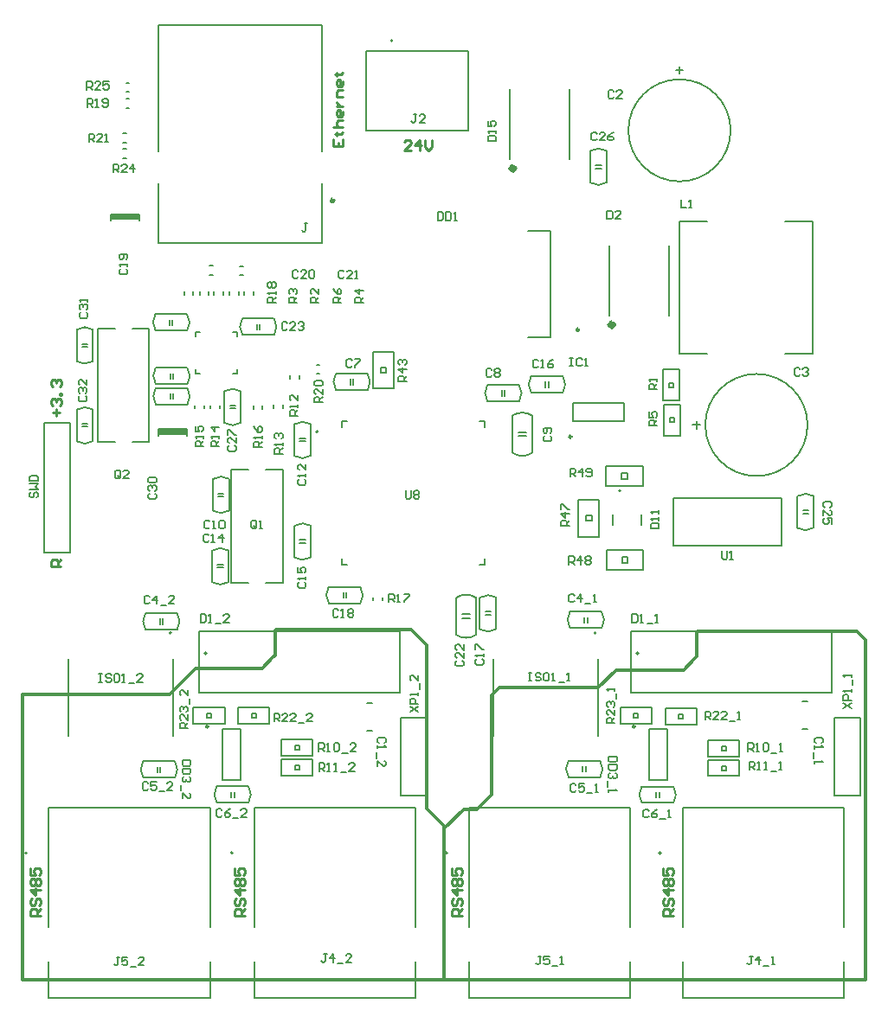
<source format=gto>
G04*
G04 #@! TF.GenerationSoftware,Altium Limited,Altium Designer,20.0.13 (296)*
G04*
G04 Layer_Color=65535*
%FSLAX44Y44*%
%MOMM*%
G71*
G01*
G75*
%ADD10C,0.1500*%
%ADD11C,0.2500*%
%ADD12C,0.2000*%
%ADD13C,0.6096*%
%ADD14C,0.3000*%
%ADD15C,0.1270*%
%ADD16C,0.1524*%
%ADD17C,0.1520*%
%ADD18C,0.2540*%
%ADD19R,2.8000X0.5500*%
D10*
X228155Y180737D02*
G03*
X228050Y196650I-12168J7877D01*
G01*
X197045Y196763D02*
G03*
X197150Y180850I12168J-7877D01*
G01*
X643905Y180487D02*
G03*
X643800Y196400I-12168J7877D01*
G01*
X612795Y196513D02*
G03*
X612900Y180600I12168J-7877D01*
G01*
X125096Y221262D02*
G03*
X125200Y205350I12168J-7877D01*
G01*
X156205Y205238D02*
G03*
X156100Y221150I-12168J7877D01*
G01*
X541095Y221763D02*
G03*
X541200Y205850I12168J-7877D01*
G01*
X572205Y205737D02*
G03*
X572100Y221650I-12168J7877D01*
G01*
X220513Y583655D02*
G03*
X204600Y583550I-7877J-12168D01*
G01*
X204487Y552546D02*
G03*
X220400Y552650I7877J12168D01*
G01*
X137045Y659013D02*
G03*
X137150Y643100I12168J-7877D01*
G01*
X168155Y642988D02*
G03*
X168050Y658900I-12168J7877D01*
G01*
X222095Y654762D02*
G03*
X222200Y638850I12168J-7877D01*
G01*
X253204Y638737D02*
G03*
X253100Y654650I-12168J7877D01*
G01*
X208512Y427654D02*
G03*
X192600Y427550I-7877J-12168D01*
G01*
X192488Y396545D02*
G03*
X208400Y396650I7877J12168D01*
G01*
X193237Y466595D02*
G03*
X209150Y466700I7877J12168D01*
G01*
X209263Y497705D02*
G03*
X193350Y497600I-7877J-12168D01*
G01*
X535655Y582238D02*
G03*
X535550Y598150I-12168J7877D01*
G01*
X504546Y598262D02*
G03*
X504650Y582350I12168J-7877D01*
G01*
X289013Y551405D02*
G03*
X273100Y551300I-7877J-12168D01*
G01*
X272987Y520295D02*
G03*
X288900Y520400I7877J12168D01*
G01*
X313595Y600762D02*
G03*
X313700Y584850I12168J-7877D01*
G01*
X344705Y584738D02*
G03*
X344600Y600650I-12168J7877D01*
G01*
X59988Y612845D02*
G03*
X75900Y612950I7877J12168D01*
G01*
X76013Y643954D02*
G03*
X60100Y643850I-7877J-12168D01*
G01*
X76013Y565654D02*
G03*
X60100Y565550I-7877J-12168D01*
G01*
X59988Y534546D02*
G03*
X75900Y534650I7877J12168D01*
G01*
X289013Y451905D02*
G03*
X273100Y451800I-7877J-12168D01*
G01*
X272987Y420796D02*
G03*
X288900Y420900I7877J12168D01*
G01*
X431000Y345250D02*
G03*
X450984Y345174I10047J14270D01*
G01*
X451000Y381250D02*
G03*
X431016Y381326I-10047J-14270D01*
G01*
X470513Y381655D02*
G03*
X454600Y381550I-7877J-12168D01*
G01*
X454487Y350546D02*
G03*
X470400Y350650I7877J12168D01*
G01*
X337654Y375988D02*
G03*
X337550Y391900I-12168J7877D01*
G01*
X306546Y392013D02*
G03*
X306650Y376100I12168J-7877D01*
G01*
X486000Y523500D02*
G03*
X505984Y523424I10047J14270D01*
G01*
X506000Y559500D02*
G03*
X486016Y559576I-10047J-14270D01*
G01*
X781012Y480905D02*
G03*
X765100Y480800I-7877J-12168D01*
G01*
X764987Y449795D02*
G03*
X780900Y449900I7877J12168D01*
G01*
X127296Y366263D02*
G03*
X127400Y350350I12168J-7877D01*
G01*
X158405Y350238D02*
G03*
X158300Y366150I-12168J7877D01*
G01*
X542546Y367762D02*
G03*
X542650Y351850I12168J-7877D01*
G01*
X573655Y351738D02*
G03*
X573550Y367650I-12168J7877D01*
G01*
X461796Y589762D02*
G03*
X461900Y573850I12168J-7877D01*
G01*
X492905Y573737D02*
G03*
X492800Y589650I-12168J7877D01*
G01*
X137296Y606512D02*
G03*
X137400Y590600I12168J-7877D01*
G01*
X168405Y590488D02*
G03*
X168300Y606400I-12168J7877D01*
G01*
X137296Y586763D02*
G03*
X137400Y570850I12168J-7877D01*
G01*
X168405Y570737D02*
G03*
X168300Y586650I-12168J7877D01*
G01*
X578512Y818954D02*
G03*
X562600Y818850I-7877J-12168D01*
G01*
X562487Y787845D02*
G03*
X578400Y787950I7877J12168D01*
G01*
X197250Y196750D02*
X228000D01*
X197250Y180750D02*
X228000D01*
X214150Y186050D02*
Y191350D01*
X211350Y186050D02*
Y191350D01*
X613000Y196500D02*
X643750D01*
X613000Y180500D02*
X643750D01*
X629900Y185800D02*
Y191100D01*
X627100Y185800D02*
Y191100D01*
X125250Y205250D02*
X156000D01*
X125250Y221250D02*
X156000D01*
X139100Y210650D02*
Y215950D01*
X141900Y210650D02*
Y215950D01*
X174250Y258250D02*
X205000D01*
Y274250D01*
X174250D02*
X205000D01*
X174250Y258250D02*
Y274250D01*
X187500Y264250D02*
Y268500D01*
X191500D01*
Y264250D02*
Y268500D01*
X187500Y264250D02*
X191500D01*
X218000Y258000D02*
X248750D01*
Y274000D01*
X218000D02*
X248750D01*
X218000Y258000D02*
Y274000D01*
X231250Y264000D02*
Y268250D01*
X235250D01*
Y264000D02*
Y268250D01*
X231250Y264000D02*
X235250D01*
X260250Y223500D02*
X291000D01*
X260250Y207500D02*
Y223500D01*
Y207500D02*
X291000D01*
Y223500D01*
X277750Y213250D02*
Y217500D01*
X273750Y213250D02*
X277750D01*
X273750D02*
Y217500D01*
X277750D01*
X260250Y242500D02*
X291000D01*
X260250Y226500D02*
Y242500D01*
Y226500D02*
X291000D01*
Y242500D01*
X277750Y232250D02*
Y236500D01*
X273750Y232250D02*
X277750D01*
X273750D02*
Y236500D01*
X277750D01*
X591750Y258250D02*
X622500D01*
Y274250D01*
X591750D02*
X622500D01*
X591750Y258250D02*
Y274250D01*
X605000Y264250D02*
Y268500D01*
X609000D01*
Y264250D02*
Y268500D01*
X605000Y264250D02*
X609000D01*
X635750Y257250D02*
X666500D01*
Y273250D01*
X635750D02*
X666500D01*
X635750Y257250D02*
Y273250D01*
X649000Y263250D02*
Y267500D01*
X653000D01*
Y263250D02*
Y267500D01*
X649000Y263250D02*
X653000D01*
X677750Y222750D02*
X708500D01*
X677750Y206750D02*
Y222750D01*
Y206750D02*
X708500D01*
Y222750D01*
X695250Y212500D02*
Y216750D01*
X691250Y212500D02*
X695250D01*
X691250D02*
Y216750D01*
X695250D01*
X677750Y242000D02*
X708500D01*
X677750Y226000D02*
Y242000D01*
Y226000D02*
X708500D01*
Y242000D01*
X695250Y231750D02*
Y236000D01*
X691250Y231750D02*
X695250D01*
X691250D02*
Y236000D01*
X695250D01*
X650000Y574250D02*
Y605000D01*
X634000D02*
X650000D01*
X634000Y574250D02*
Y605000D01*
Y574250D02*
X650000D01*
X639750Y587500D02*
X644000D01*
X639750D02*
Y591500D01*
X644000D01*
Y587500D02*
Y591500D01*
X634250Y539750D02*
Y570500D01*
Y539750D02*
X650250D01*
Y570500D01*
X634250D02*
X650250D01*
X640250Y557250D02*
X644500D01*
Y553250D02*
Y557250D01*
X640250Y553250D02*
X644500D01*
X640250D02*
Y557250D01*
X541250Y205750D02*
X572000D01*
X541250Y221750D02*
X572000D01*
X555100Y211150D02*
Y216450D01*
X557900Y211150D02*
Y216450D01*
X204500Y552750D02*
Y583500D01*
X220500Y552750D02*
Y583500D01*
X209900Y569650D02*
X215200D01*
X209900Y566850D02*
X215200D01*
X137200Y643000D02*
X167950D01*
X137200Y659000D02*
X167950D01*
X151050Y648400D02*
Y653700D01*
X153850Y648400D02*
Y653700D01*
X222250Y638750D02*
X253000D01*
X222250Y654750D02*
X253000D01*
X236100Y644150D02*
Y649450D01*
X238900Y644150D02*
Y649450D01*
X192500Y396750D02*
Y427500D01*
X208500Y396750D02*
Y427500D01*
X197900Y413650D02*
X203200D01*
X197900Y410850D02*
X203200D01*
X209250Y466750D02*
Y497500D01*
X193250Y466750D02*
Y497500D01*
X198550Y480600D02*
X203850D01*
X198550Y483400D02*
X203850D01*
X504750Y598250D02*
X535500D01*
X504750Y582250D02*
X535500D01*
X521650Y587550D02*
Y592850D01*
X518850Y587550D02*
Y592850D01*
X273000Y520500D02*
Y551250D01*
X289000Y520500D02*
Y551250D01*
X278400Y537400D02*
X283700D01*
X278400Y534600D02*
X283700D01*
X357250Y601500D02*
X363000D01*
X357250D02*
Y607000D01*
X363000D01*
Y601500D02*
Y607000D01*
X370250Y586250D02*
Y622250D01*
X350250Y586250D02*
X370250D01*
X350250Y622250D02*
X370250D01*
X350250Y586250D02*
Y622250D01*
X313750Y584750D02*
X344500D01*
X313750Y600750D02*
X344500D01*
X327600Y590150D02*
Y595450D01*
X330400Y590150D02*
Y595450D01*
X558000Y462000D02*
X563750D01*
Y456500D02*
Y462000D01*
X558000Y456500D02*
X563750D01*
X558000D02*
Y462000D01*
X550750Y441250D02*
Y477250D01*
X570750D01*
X550750Y441250D02*
X570750D01*
Y477250D01*
X593000Y497750D02*
Y503500D01*
X598500D01*
Y497750D02*
Y503500D01*
X593000Y497750D02*
X598500D01*
X577750Y490500D02*
X613750D01*
X577750D02*
Y510500D01*
X613750Y490500D02*
Y510500D01*
X577750D02*
X613750D01*
X593750Y415750D02*
Y421500D01*
X599250D01*
Y415750D02*
Y421500D01*
X593750Y415750D02*
X599250D01*
X578500Y408500D02*
X614500D01*
X578500D02*
Y428500D01*
X614500Y408500D02*
Y428500D01*
X578500D02*
X614500D01*
X76000Y613000D02*
Y643750D01*
X60000Y613000D02*
Y643750D01*
X65300Y626850D02*
X70600D01*
X65300Y629650D02*
X70600D01*
X60000Y534750D02*
Y565500D01*
X76000Y534750D02*
Y565500D01*
X65400Y551650D02*
X70700D01*
X65400Y548850D02*
X70700D01*
X273000Y421000D02*
Y451750D01*
X289000Y421000D02*
Y451750D01*
X278400Y437900D02*
X283700D01*
X278400Y435100D02*
X283700D01*
X431000Y345250D02*
Y381250D01*
X451000Y345250D02*
Y381250D01*
X437000Y365250D02*
X445100D01*
X437000Y361250D02*
X445000D01*
X454500Y350750D02*
Y381500D01*
X470500Y350750D02*
Y381500D01*
X459900Y367650D02*
X465200D01*
X459900Y364850D02*
X465200D01*
X306750Y392000D02*
X337500D01*
X306750Y376000D02*
X337500D01*
X323650Y381300D02*
Y386600D01*
X320850Y381300D02*
Y386600D01*
X486000Y523500D02*
Y559500D01*
X506000Y523500D02*
Y559500D01*
X492000Y543500D02*
X500100D01*
X492000Y539500D02*
X500000D01*
X765000Y450000D02*
Y480750D01*
X781000Y450000D02*
Y480750D01*
X770400Y466900D02*
X775700D01*
X770400Y464100D02*
X775700D01*
X141600Y355550D02*
Y360850D01*
X144400Y355550D02*
Y360850D01*
X127500Y350250D02*
X158250D01*
X127500Y366250D02*
X158250D01*
X556850Y357050D02*
Y362350D01*
X559650Y357050D02*
Y362350D01*
X542750Y351750D02*
X573500D01*
X542750Y367750D02*
X573500D01*
X476100Y579050D02*
Y584350D01*
X478900Y579050D02*
Y584350D01*
X462000Y573750D02*
X492750D01*
X462000Y589750D02*
X492750D01*
X151600Y595800D02*
Y601100D01*
X154400Y595800D02*
Y601100D01*
X137500Y590500D02*
X168250D01*
X137500Y606500D02*
X168250D01*
X151600Y576050D02*
Y581350D01*
X154400Y576050D02*
Y581350D01*
X137500Y570750D02*
X168250D01*
X137500Y586750D02*
X168250D01*
X567800Y804650D02*
X573100D01*
X567800Y801850D02*
X573100D01*
X562500Y788000D02*
Y818750D01*
X578500Y788000D02*
Y818750D01*
D11*
X189000Y255400D02*
G03*
X189000Y255400I-1250J0D01*
G01*
X606250D02*
G03*
X606250Y255400I-1250J0D01*
G01*
X544200Y539000D02*
G03*
X544200Y539000I-1250J0D01*
G01*
X551500Y643750D02*
G03*
X551500Y643750I-1250J0D01*
G01*
D12*
X631650Y131500D02*
G03*
X631650Y131500I-1000J0D01*
G01*
X212650D02*
G03*
X212650Y131500I-1000J0D01*
G01*
X422650D02*
G03*
X422650Y131500I-1000J0D01*
G01*
X11400D02*
G03*
X11400Y131500I-1000J0D01*
G01*
X699750Y839000D02*
G03*
X699750Y839000I-50000J0D01*
G01*
X369250Y927000D02*
G03*
X369250Y927000I-1000J0D01*
G01*
X568200Y347000D02*
G03*
X568200Y347000I-1000J0D01*
G01*
X152700D02*
G03*
X152700Y347000I-1000J0D01*
G01*
X296100Y544000D02*
G03*
X296100Y544000I-1000J0D01*
G01*
X592250Y486250D02*
G03*
X592250Y486250I-1000J0D01*
G01*
X775000Y550500D02*
G03*
X775000Y550500I-50000J0D01*
G01*
X202750Y202850D02*
Y252850D01*
X220750Y202850D02*
Y252850D01*
X202750D02*
X220750D01*
X202750Y202850D02*
X220750D01*
X620000D02*
Y252850D01*
X638000Y202850D02*
Y252850D01*
X620000D02*
X638000D01*
X620000Y202850D02*
X638000D01*
X376800Y187900D02*
Y264100D01*
X402200Y187900D02*
Y264100D01*
X376800D02*
X402200D01*
X376800Y187900D02*
X402200D01*
X801300D02*
Y264100D01*
X826700Y187900D02*
Y264100D01*
X801300D02*
X826700D01*
X801300Y187900D02*
X826700D01*
X646250Y897750D02*
X653250D01*
X649750Y894250D02*
Y901250D01*
X108521Y885597D02*
X111521D01*
X108521Y876597D02*
X111521D01*
X108250Y860750D02*
X111250D01*
X108250Y869750D02*
X111250D01*
X105500Y827000D02*
X108500D01*
X105500Y836000D02*
X108500D01*
X105521Y820594D02*
X108521D01*
X105521Y811594D02*
X108521D01*
X175750Y566750D02*
Y569750D01*
X184750Y566750D02*
Y569750D01*
X191000Y566750D02*
Y569750D01*
X200000Y566750D02*
Y569750D01*
X233000Y566500D02*
Y569500D01*
X242000Y566500D02*
Y569500D01*
X359000Y378750D02*
Y381750D01*
X350000Y378750D02*
Y381750D01*
X262000Y567250D02*
Y570250D01*
X253000Y567250D02*
Y570250D01*
X277750Y596000D02*
Y599000D01*
X268750Y596000D02*
Y599000D01*
X294750Y600500D02*
X297750D01*
X294750Y609500D02*
X297750D01*
X211500Y396000D02*
X228000D01*
X245000D02*
X261500D01*
X245000Y507000D02*
X261500D01*
X211500D02*
X228000D01*
X261500Y396000D02*
Y507000D01*
X211500Y396000D02*
Y507000D01*
X140000Y546250D02*
X168000D01*
X140000Y540250D02*
Y546250D01*
X168000Y540250D02*
Y546250D01*
X219750Y706250D02*
X222750D01*
X219750Y697250D02*
X222750D01*
X190250Y697500D02*
X193250D01*
X190250Y706500D02*
X193250D01*
X209750Y678000D02*
Y681000D01*
X218750Y678000D02*
Y681000D01*
X223750Y678000D02*
Y681000D01*
X232750Y678000D02*
Y681000D01*
X194250Y678000D02*
Y681000D01*
X203250Y678000D02*
Y681000D01*
X180250Y678000D02*
Y681000D01*
X189250Y678000D02*
Y681000D01*
X28550Y425500D02*
X53950D01*
X28550D02*
Y552500D01*
X53950Y425500D02*
Y552500D01*
X28550D02*
X53950D01*
X114250Y645250D02*
X130750D01*
X80750D02*
X97250D01*
X80750Y534250D02*
X97250D01*
X114250D02*
X130750D01*
X80750D02*
Y645250D01*
X130750Y534250D02*
Y645250D01*
X165000Y678000D02*
Y681000D01*
X174000Y678000D02*
Y681000D01*
X93500Y756500D02*
X121500D01*
X93500Y750500D02*
Y756500D01*
X121500Y750500D02*
Y756500D01*
X666250Y547000D02*
Y554000D01*
X662750Y550500D02*
X669750D01*
X595500Y554000D02*
Y572000D01*
X545500Y554000D02*
Y572000D01*
X595500D01*
X545500Y554000D02*
X595500D01*
X501250Y740500D02*
X523750D01*
Y636500D02*
Y740500D01*
X501250Y636500D02*
X523750D01*
X102917Y499584D02*
Y504916D01*
X101584Y506249D01*
X98918D01*
X97585Y504916D01*
Y499584D01*
X98918Y498251D01*
X101584D01*
X100251Y500917D02*
X102917Y498251D01*
X101584D02*
X102917Y499584D01*
X110914Y498251D02*
X105583D01*
X110914Y503583D01*
Y504916D01*
X109582Y506249D01*
X106916D01*
X105583Y504916D01*
X386085Y269506D02*
X394082Y274837D01*
X386085D02*
X394082Y269506D01*
Y277503D02*
X386085D01*
Y281502D01*
X387418Y282835D01*
X390084D01*
X391416Y281502D01*
Y277503D01*
X394082Y285501D02*
Y288167D01*
Y286834D01*
X386085D01*
X387418Y285501D01*
X395415Y292165D02*
Y297497D01*
X394082Y305494D02*
Y300163D01*
X388751Y305494D01*
X387418D01*
X386085Y304161D01*
Y301495D01*
X387418Y300163D01*
X809835Y273089D02*
X817832Y278420D01*
X809835D02*
X817832Y273089D01*
Y281086D02*
X809835D01*
Y285085D01*
X811168Y286418D01*
X813833D01*
X815166Y285085D01*
Y281086D01*
X817832Y289083D02*
Y291749D01*
Y290417D01*
X809835D01*
X811168Y289083D01*
X819165Y295748D02*
Y301080D01*
X817832Y303745D02*
Y306411D01*
Y305078D01*
X809835D01*
X811168Y303745D01*
X15584Y484918D02*
X14251Y483586D01*
Y480920D01*
X15584Y479587D01*
X16917D01*
X18250Y480920D01*
Y483586D01*
X19583Y484918D01*
X20916D01*
X22249Y483586D01*
Y480920D01*
X20916Y479587D01*
X14251Y487584D02*
X22249D01*
X19583Y490250D01*
X22249Y492916D01*
X14251D01*
Y495582D02*
X22249D01*
Y499580D01*
X20916Y500913D01*
X15584D01*
X14251Y499580D01*
Y495582D01*
X381836Y486249D02*
Y479584D01*
X383168Y478251D01*
X385834D01*
X387167Y479584D01*
Y486249D01*
X389833Y484916D02*
X391166Y486249D01*
X393832D01*
X395164Y484916D01*
Y483583D01*
X393832Y482250D01*
X395164Y480917D01*
Y479584D01*
X393832Y478251D01*
X391166D01*
X389833Y479584D01*
Y480917D01*
X391166Y482250D01*
X389833Y483583D01*
Y484916D01*
X391166Y482250D02*
X393832D01*
X691168Y426999D02*
Y420334D01*
X692501Y419001D01*
X695167D01*
X696500Y420334D01*
Y426999D01*
X699166Y419001D02*
X701832D01*
X700499D01*
Y426999D01*
X699166Y425666D01*
X542587Y500001D02*
Y507999D01*
X546586D01*
X547918Y506666D01*
Y504000D01*
X546586Y502667D01*
X542587D01*
X545253D02*
X547918Y500001D01*
X554583D02*
Y507999D01*
X550584Y504000D01*
X555916D01*
X558582Y501334D02*
X559915Y500001D01*
X562580D01*
X563913Y501334D01*
Y506666D01*
X562580Y507999D01*
X559915D01*
X558582Y506666D01*
Y505333D01*
X559915Y504000D01*
X563913D01*
X541587Y414001D02*
Y421999D01*
X545586D01*
X546918Y420666D01*
Y418000D01*
X545586Y416667D01*
X541587D01*
X544253D02*
X546918Y414001D01*
X553583D02*
Y421999D01*
X549584Y418000D01*
X554916D01*
X557582Y420666D02*
X558914Y421999D01*
X561580D01*
X562913Y420666D01*
Y419333D01*
X561580Y418000D01*
X562913Y416667D01*
Y415334D01*
X561580Y414001D01*
X558914D01*
X557582Y415334D01*
Y416667D01*
X558914Y418000D01*
X557582Y419333D01*
Y420666D01*
X558914Y418000D02*
X561580D01*
X541999Y451837D02*
X534001D01*
Y455835D01*
X535334Y457168D01*
X538000D01*
X539333Y455835D01*
Y451837D01*
Y454503D02*
X541999Y457168D01*
Y463833D02*
X534001D01*
X538000Y459834D01*
Y465166D01*
X534001Y467832D02*
Y473163D01*
X535334D01*
X540666Y467832D01*
X541999D01*
X382749Y593337D02*
X374751D01*
Y597336D01*
X376084Y598668D01*
X378750D01*
X380083Y597336D01*
Y593337D01*
Y596003D02*
X382749Y598668D01*
Y605333D02*
X374751D01*
X378750Y601334D01*
Y606666D01*
X376084Y609332D02*
X374751Y610664D01*
Y613330D01*
X376084Y614663D01*
X377417D01*
X378750Y613330D01*
Y611997D01*
Y613330D01*
X380083Y614663D01*
X381416D01*
X382749Y613330D01*
Y610664D01*
X381416Y609332D01*
X70087Y878751D02*
Y886749D01*
X74085D01*
X75418Y885416D01*
Y882750D01*
X74085Y881417D01*
X70087D01*
X72753D02*
X75418Y878751D01*
X83416D02*
X78084D01*
X83416Y884083D01*
Y885416D01*
X82083Y886749D01*
X79417D01*
X78084Y885416D01*
X91413Y886749D02*
X86082D01*
Y882750D01*
X88747Y884083D01*
X90080D01*
X91413Y882750D01*
Y880084D01*
X90080Y878751D01*
X87415D01*
X86082Y880084D01*
X95837Y797751D02*
Y805749D01*
X99836D01*
X101168Y804416D01*
Y801750D01*
X99836Y800417D01*
X95837D01*
X98503D02*
X101168Y797751D01*
X109166D02*
X103834D01*
X109166Y803083D01*
Y804416D01*
X107833Y805749D01*
X105167D01*
X103834Y804416D01*
X115830Y797751D02*
Y805749D01*
X111832Y801750D01*
X117163D01*
X168832Y253589D02*
X160835D01*
Y257588D01*
X162168Y258921D01*
X164834D01*
X166166Y257588D01*
Y253589D01*
Y256255D02*
X168832Y258921D01*
Y266918D02*
Y261587D01*
X163501Y266918D01*
X162168D01*
X160835Y265585D01*
Y262920D01*
X162168Y261587D01*
Y269584D02*
X160835Y270917D01*
Y273583D01*
X162168Y274916D01*
X163501D01*
X164834Y273583D01*
Y272250D01*
Y273583D01*
X166166Y274916D01*
X167499D01*
X168832Y273583D01*
Y270917D01*
X167499Y269584D01*
X170165Y277582D02*
Y282913D01*
X168832Y290911D02*
Y285579D01*
X163501Y290911D01*
X162168D01*
X160835Y289578D01*
Y286912D01*
X162168Y285579D01*
X586582Y258422D02*
X578585D01*
Y262421D01*
X579918Y263754D01*
X582584D01*
X583916Y262421D01*
Y258422D01*
Y261088D02*
X586582Y263754D01*
Y271751D02*
Y266420D01*
X581251Y271751D01*
X579918D01*
X578585Y270418D01*
Y267753D01*
X579918Y266420D01*
Y274417D02*
X578585Y275750D01*
Y278416D01*
X579918Y279749D01*
X581251D01*
X582584Y278416D01*
Y277083D01*
Y278416D01*
X583916Y279749D01*
X585249D01*
X586582Y278416D01*
Y275750D01*
X585249Y274417D01*
X587915Y282414D02*
Y287746D01*
X586582Y290412D02*
Y293078D01*
Y291745D01*
X578585D01*
X579918Y290412D01*
X253089Y260168D02*
Y268165D01*
X257088D01*
X258421Y266832D01*
Y264167D01*
X257088Y262834D01*
X253089D01*
X255755D02*
X258421Y260168D01*
X266418D02*
X261087D01*
X266418Y265499D01*
Y266832D01*
X265086Y268165D01*
X262420D01*
X261087Y266832D01*
X274416Y260168D02*
X269084D01*
X274416Y265499D01*
Y266832D01*
X273083Y268165D01*
X270417D01*
X269084Y266832D01*
X277082Y258835D02*
X282413D01*
X290411Y260168D02*
X285079D01*
X290411Y265499D01*
Y266832D01*
X289078Y268165D01*
X286412D01*
X285079Y266832D01*
X674672Y261918D02*
Y269915D01*
X678671D01*
X680004Y268582D01*
Y265917D01*
X678671Y264583D01*
X674672D01*
X677338D02*
X680004Y261918D01*
X688001D02*
X682670D01*
X688001Y267249D01*
Y268582D01*
X686668Y269915D01*
X684003D01*
X682670Y268582D01*
X695999Y261918D02*
X690667D01*
X695999Y267249D01*
Y268582D01*
X694666Y269915D01*
X692000D01*
X690667Y268582D01*
X698664Y260585D02*
X703996D01*
X706662Y261918D02*
X709328D01*
X707995D01*
Y269915D01*
X706662Y268582D01*
X71920Y827751D02*
Y835749D01*
X75918D01*
X77251Y834416D01*
Y831750D01*
X75918Y830417D01*
X71920D01*
X74585D02*
X77251Y827751D01*
X85249D02*
X79917D01*
X85249Y833083D01*
Y834416D01*
X83916Y835749D01*
X81250D01*
X79917Y834416D01*
X87914Y827751D02*
X90580D01*
X89247D01*
Y835749D01*
X87914Y834416D01*
X300499Y572587D02*
X292501D01*
Y576586D01*
X293834Y577918D01*
X296500D01*
X297833Y576586D01*
Y572587D01*
Y575253D02*
X300499Y577918D01*
Y585916D02*
Y580584D01*
X295167Y585916D01*
X293834D01*
X292501Y584583D01*
Y581917D01*
X293834Y580584D01*
Y588582D02*
X292501Y589915D01*
Y592580D01*
X293834Y593913D01*
X299166D01*
X300499Y592580D01*
Y589915D01*
X299166Y588582D01*
X293834D01*
X70503Y862001D02*
Y869999D01*
X74502D01*
X75835Y868666D01*
Y866000D01*
X74502Y864667D01*
X70503D01*
X73169D02*
X75835Y862001D01*
X78501D02*
X81166D01*
X79833D01*
Y869999D01*
X78501Y868666D01*
X85165Y863334D02*
X86498Y862001D01*
X89164D01*
X90497Y863334D01*
Y868666D01*
X89164Y869999D01*
X86498D01*
X85165Y868666D01*
Y867333D01*
X86498Y866000D01*
X90497D01*
X254749Y670335D02*
X246751D01*
Y674334D01*
X248084Y675667D01*
X250750D01*
X252083Y674334D01*
Y670335D01*
Y673001D02*
X254749Y675667D01*
Y678333D02*
Y680999D01*
Y679666D01*
X246751D01*
X248084Y678333D01*
Y684997D02*
X246751Y686330D01*
Y688996D01*
X248084Y690329D01*
X249417D01*
X250750Y688996D01*
X252083Y690329D01*
X253416D01*
X254749Y688996D01*
Y686330D01*
X253416Y684997D01*
X252083D01*
X250750Y686330D01*
X249417Y684997D01*
X248084D01*
X250750Y686330D02*
Y688996D01*
X365503Y377001D02*
Y384999D01*
X369502D01*
X370835Y383666D01*
Y381000D01*
X369502Y379667D01*
X365503D01*
X368169D02*
X370835Y377001D01*
X373501D02*
X376166D01*
X374834D01*
Y384999D01*
X373501Y383666D01*
X380165Y384999D02*
X385497D01*
Y383666D01*
X380165Y378334D01*
Y377001D01*
X241249Y529003D02*
X233251D01*
Y533002D01*
X234584Y534335D01*
X237250D01*
X238583Y533002D01*
Y529003D01*
Y531669D02*
X241249Y534335D01*
Y537001D02*
Y539666D01*
Y538334D01*
X233251D01*
X234584Y537001D01*
X233251Y548997D02*
X234584Y546331D01*
X237250Y543665D01*
X239916D01*
X241249Y544998D01*
Y547664D01*
X239916Y548997D01*
X238583D01*
X237250Y547664D01*
Y543665D01*
X183999Y529503D02*
X176001D01*
Y533502D01*
X177334Y534835D01*
X180000D01*
X181333Y533502D01*
Y529503D01*
Y532169D02*
X183999Y534835D01*
Y537501D02*
Y540167D01*
Y538834D01*
X176001D01*
X177334Y537501D01*
X176001Y549497D02*
Y544165D01*
X180000D01*
X178667Y546831D01*
Y548164D01*
X180000Y549497D01*
X182666D01*
X183999Y548164D01*
Y545498D01*
X182666Y544165D01*
X199249Y529503D02*
X191251D01*
Y533502D01*
X192584Y534835D01*
X195250D01*
X196583Y533502D01*
Y529503D01*
Y532169D02*
X199249Y534835D01*
Y537501D02*
Y540166D01*
Y538834D01*
X191251D01*
X192584Y537501D01*
X199249Y548164D02*
X191251D01*
X195250Y544165D01*
Y549497D01*
X261499Y522503D02*
X253501D01*
Y526502D01*
X254834Y527835D01*
X257500D01*
X258833Y526502D01*
Y522503D01*
Y525169D02*
X261499Y527835D01*
Y530501D02*
Y533167D01*
Y531834D01*
X253501D01*
X254834Y530501D01*
Y537165D02*
X253501Y538498D01*
Y541164D01*
X254834Y542497D01*
X256167D01*
X257500Y541164D01*
Y539831D01*
Y541164D01*
X258833Y542497D01*
X260166D01*
X261499Y541164D01*
Y538498D01*
X260166Y537165D01*
X276499Y559753D02*
X268501D01*
Y563752D01*
X269834Y565085D01*
X272500D01*
X273833Y563752D01*
Y559753D01*
Y562419D02*
X276499Y565085D01*
Y567751D02*
Y570416D01*
Y569084D01*
X268501D01*
X269834Y567751D01*
X276499Y579747D02*
Y574415D01*
X271167Y579747D01*
X269834D01*
X268501Y578414D01*
Y575748D01*
X269834Y574415D01*
X297172Y211668D02*
Y219665D01*
X301171D01*
X302504Y218332D01*
Y215667D01*
X301171Y214334D01*
X297172D01*
X299838D02*
X302504Y211668D01*
X305170D02*
X307836D01*
X306503D01*
Y219665D01*
X305170Y218332D01*
X311834Y211668D02*
X314500D01*
X313167D01*
Y219665D01*
X311834Y218332D01*
X318499Y210335D02*
X323830D01*
X331828Y211668D02*
X326496D01*
X331828Y216999D01*
Y218332D01*
X330495Y219665D01*
X327829D01*
X326496Y218332D01*
X718005Y212918D02*
Y220915D01*
X722004D01*
X723337Y219582D01*
Y216917D01*
X722004Y215584D01*
X718005D01*
X720671D02*
X723337Y212918D01*
X726003D02*
X728668D01*
X727336D01*
Y220915D01*
X726003Y219582D01*
X732667Y212918D02*
X735333D01*
X734000D01*
Y220915D01*
X732667Y219582D01*
X739332Y211585D02*
X744663D01*
X747329Y212918D02*
X749995D01*
X748662D01*
Y220915D01*
X747329Y219582D01*
X297006Y230918D02*
Y238915D01*
X301005D01*
X302337Y237582D01*
Y234916D01*
X301005Y233584D01*
X297006D01*
X299672D02*
X302337Y230918D01*
X305003D02*
X307669D01*
X306336D01*
Y238915D01*
X305003Y237582D01*
X311668D02*
X313001Y238915D01*
X315667D01*
X316999Y237582D01*
Y232251D01*
X315667Y230918D01*
X313001D01*
X311668Y232251D01*
Y237582D01*
X319665Y229585D02*
X324997D01*
X332994Y230918D02*
X327663D01*
X332994Y236249D01*
Y237582D01*
X331661Y238915D01*
X328996D01*
X327663Y237582D01*
X716839Y230918D02*
Y238915D01*
X720837D01*
X722170Y237582D01*
Y234916D01*
X720837Y233584D01*
X716839D01*
X719504D02*
X722170Y230918D01*
X724836D02*
X727502D01*
X726169D01*
Y238915D01*
X724836Y237582D01*
X731501D02*
X732834Y238915D01*
X735499D01*
X736832Y237582D01*
Y232251D01*
X735499Y230918D01*
X732834D01*
X731501Y232251D01*
Y237582D01*
X739498Y229585D02*
X744830D01*
X747495Y230918D02*
X750161D01*
X748828D01*
Y238915D01*
X747495Y237582D01*
X318999Y670335D02*
X311001D01*
Y674334D01*
X312334Y675667D01*
X315000D01*
X316333Y674334D01*
Y670335D01*
Y673001D02*
X318999Y675667D01*
X311001Y683664D02*
X312334Y680999D01*
X315000Y678333D01*
X317666D01*
X318999Y679666D01*
Y682332D01*
X317666Y683664D01*
X316333D01*
X315000Y682332D01*
Y678333D01*
X627999Y550085D02*
X620001D01*
Y554084D01*
X621334Y555417D01*
X624000D01*
X625333Y554084D01*
Y550085D01*
Y552751D02*
X627999Y555417D01*
X620001Y563414D02*
Y558083D01*
X624000D01*
X622667Y560749D01*
Y562082D01*
X624000Y563414D01*
X626666D01*
X627999Y562082D01*
Y559416D01*
X626666Y558083D01*
X340499Y670335D02*
X332501D01*
Y674334D01*
X333834Y675667D01*
X336500D01*
X337833Y674334D01*
Y670335D01*
Y673001D02*
X340499Y675667D01*
Y682332D02*
X332501D01*
X336500Y678333D01*
Y683664D01*
X275749Y670335D02*
X267751D01*
Y674334D01*
X269084Y675667D01*
X271750D01*
X273083Y674334D01*
Y670335D01*
Y673001D02*
X275749Y675667D01*
X269084Y678333D02*
X267751Y679666D01*
Y682332D01*
X269084Y683664D01*
X270417D01*
X271750Y682332D01*
Y680999D01*
Y682332D01*
X273083Y683664D01*
X274416D01*
X275749Y682332D01*
Y679666D01*
X274416Y678333D01*
X296749Y670335D02*
X288751D01*
Y674334D01*
X290084Y675667D01*
X292750D01*
X294083Y674334D01*
Y670335D01*
Y673001D02*
X296749Y675667D01*
Y683664D02*
Y678333D01*
X291417Y683664D01*
X290084D01*
X288751Y682332D01*
Y679666D01*
X290084Y678333D01*
X627749Y585418D02*
X619751D01*
Y589417D01*
X621084Y590750D01*
X623750D01*
X625083Y589417D01*
Y585418D01*
Y588084D02*
X627749Y590750D01*
Y593416D02*
Y596082D01*
Y594749D01*
X619751D01*
X621084Y593416D01*
X236000Y450584D02*
Y455916D01*
X234667Y457249D01*
X232001D01*
X230668Y455916D01*
Y450584D01*
X232001Y449251D01*
X234667D01*
X233334Y451917D02*
X236000Y449251D01*
X234667D02*
X236000Y450584D01*
X238666Y449251D02*
X241332D01*
X239999D01*
Y457249D01*
X238666Y455916D01*
X651254Y771011D02*
Y763014D01*
X656586D01*
X659251D02*
X661917D01*
X660584D01*
Y771011D01*
X659251Y769678D01*
X285666Y747999D02*
X283000D01*
X284333D01*
Y741334D01*
X283000Y740001D01*
X281667D01*
X280334Y741334D01*
X101920Y29415D02*
X99254D01*
X100587D01*
Y22751D01*
X99254Y21418D01*
X97921D01*
X96588Y22751D01*
X109917Y29415D02*
X104586D01*
Y25417D01*
X107251Y26749D01*
X108584D01*
X109917Y25417D01*
Y22751D01*
X108584Y21418D01*
X105918D01*
X104586Y22751D01*
X112583Y20085D02*
X117914D01*
X125912Y21418D02*
X120580D01*
X125912Y26749D01*
Y28082D01*
X124579Y29415D01*
X121913D01*
X120580Y28082D01*
X514503Y30415D02*
X511837D01*
X513170D01*
Y23751D01*
X511837Y22418D01*
X510504D01*
X509171Y23751D01*
X522500Y30415D02*
X517168D01*
Y26416D01*
X519834Y27749D01*
X521167D01*
X522500Y26416D01*
Y23751D01*
X521167Y22418D01*
X518501D01*
X517168Y23751D01*
X525166Y21085D02*
X530497D01*
X533163Y22418D02*
X535829D01*
X534496D01*
Y30415D01*
X533163Y29082D01*
X304670Y32665D02*
X302004D01*
X303337D01*
Y26001D01*
X302004Y24668D01*
X300671D01*
X299338Y26001D01*
X311334Y24668D02*
Y32665D01*
X307335Y28667D01*
X312667D01*
X315333Y23335D02*
X320664D01*
X328662Y24668D02*
X323330D01*
X328662Y29999D01*
Y31332D01*
X327329Y32665D01*
X324663D01*
X323330Y31332D01*
X721253Y30415D02*
X718587D01*
X719920D01*
Y23751D01*
X718587Y22418D01*
X717254D01*
X715921Y23751D01*
X727917Y22418D02*
Y30415D01*
X723918Y26416D01*
X729250D01*
X731916Y21085D02*
X737247D01*
X739913Y22418D02*
X742579D01*
X741246D01*
Y30415D01*
X739913Y29082D01*
X392667Y854499D02*
X390001D01*
X391334D01*
Y847834D01*
X390001Y846501D01*
X388668D01*
X387336Y847834D01*
X400664Y846501D02*
X395333D01*
X400664Y851833D01*
Y853166D01*
X399332Y854499D01*
X396666D01*
X395333Y853166D01*
X81924Y306915D02*
X84589D01*
X83257D01*
Y298918D01*
X81924D01*
X84589D01*
X93920Y305582D02*
X92587Y306915D01*
X89921D01*
X88588Y305582D01*
Y304249D01*
X89921Y302917D01*
X92587D01*
X93920Y301583D01*
Y300251D01*
X92587Y298918D01*
X89921D01*
X88588Y300251D01*
X100584Y306915D02*
X97918D01*
X96586Y305582D01*
Y300251D01*
X97918Y298918D01*
X100584D01*
X101917Y300251D01*
Y305582D01*
X100584Y306915D01*
X104583Y298918D02*
X107249D01*
X105916D01*
Y306915D01*
X104583Y305582D01*
X111248Y297585D02*
X116579D01*
X124577Y298918D02*
X119245D01*
X124577Y304249D01*
Y305582D01*
X123244Y306915D01*
X120578D01*
X119245Y305582D01*
X502257Y307915D02*
X504922D01*
X503589D01*
Y299918D01*
X502257D01*
X504922D01*
X514253Y306582D02*
X512920Y307915D01*
X510254D01*
X508921Y306582D01*
Y305249D01*
X510254Y303916D01*
X512920D01*
X514253Y302584D01*
Y301251D01*
X512920Y299918D01*
X510254D01*
X508921Y301251D01*
X520917Y307915D02*
X518251D01*
X516918Y306582D01*
Y301251D01*
X518251Y299918D01*
X520917D01*
X522250Y301251D01*
Y306582D01*
X520917Y307915D01*
X524916Y299918D02*
X527582D01*
X526249D01*
Y307915D01*
X524916Y306582D01*
X531580Y298585D02*
X536912D01*
X539578Y299918D02*
X542244D01*
X540911D01*
Y307915D01*
X539578Y306582D01*
X542542Y616071D02*
X545208D01*
X543875D01*
Y608074D01*
X542542D01*
X545208D01*
X554538Y614739D02*
X553205Y616071D01*
X550539D01*
X549207Y614739D01*
Y609407D01*
X550539Y608074D01*
X553205D01*
X554538Y609407D01*
X557204Y608074D02*
X559870D01*
X558537D01*
Y616071D01*
X557204Y614739D01*
X171415Y222161D02*
X163418D01*
Y218162D01*
X164751Y216829D01*
X170082D01*
X171415Y218162D01*
Y222161D01*
Y214163D02*
X163418D01*
Y210165D01*
X164751Y208832D01*
X170082D01*
X171415Y210165D01*
Y214163D01*
X170082Y206166D02*
X171415Y204833D01*
Y202167D01*
X170082Y200834D01*
X168749D01*
X167416Y202167D01*
Y203500D01*
Y202167D01*
X166084Y200834D01*
X164751D01*
X163418Y202167D01*
Y204833D01*
X164751Y206166D01*
X162085Y198168D02*
Y192837D01*
X163418Y184839D02*
Y190171D01*
X168749Y184839D01*
X170082D01*
X171415Y186172D01*
Y188838D01*
X170082Y190171D01*
X588415Y225828D02*
X580418D01*
Y221829D01*
X581751Y220496D01*
X587082D01*
X588415Y221829D01*
Y225828D01*
Y217830D02*
X580418D01*
Y213832D01*
X581751Y212499D01*
X587082D01*
X588415Y213832D01*
Y217830D01*
X587082Y209833D02*
X588415Y208500D01*
Y205834D01*
X587082Y204501D01*
X585749D01*
X584417Y205834D01*
Y207167D01*
Y205834D01*
X583083Y204501D01*
X581751D01*
X580418Y205834D01*
Y208500D01*
X581751Y209833D01*
X579085Y201835D02*
Y196504D01*
X580418Y193838D02*
Y191172D01*
Y192505D01*
X588415D01*
X587082Y193838D01*
X413256Y759073D02*
Y751076D01*
X417255D01*
X418588Y752409D01*
Y757740D01*
X417255Y759073D01*
X413256D01*
X421253D02*
Y751076D01*
X425252D01*
X426585Y752409D01*
Y757740D01*
X425252Y759073D01*
X421253D01*
X429251Y751076D02*
X431917D01*
X430584D01*
Y759073D01*
X429251Y757740D01*
X462251Y828503D02*
X470249D01*
Y832502D01*
X468916Y833835D01*
X463584D01*
X462251Y832502D01*
Y828503D01*
X470249Y836501D02*
Y839166D01*
Y837834D01*
X462251D01*
X463584Y836501D01*
X462251Y848497D02*
Y843165D01*
X466250D01*
X464917Y845831D01*
Y847164D01*
X466250Y848497D01*
X468916D01*
X470249Y847164D01*
Y844498D01*
X468916Y843165D01*
X621751Y449336D02*
X629749D01*
Y453335D01*
X628416Y454668D01*
X623084D01*
X621751Y453335D01*
Y449336D01*
X629749Y457334D02*
Y459999D01*
Y458666D01*
X621751D01*
X623084Y457334D01*
X629749Y463998D02*
Y466664D01*
Y465331D01*
X621751D01*
X623084Y463998D01*
X578864Y760089D02*
Y752092D01*
X582863D01*
X584196Y753425D01*
Y758756D01*
X582863Y760089D01*
X578864D01*
X592193Y752092D02*
X586861D01*
X592193Y757424D01*
Y758756D01*
X590860Y760089D01*
X588194D01*
X586861Y758756D01*
X181100Y365373D02*
Y357376D01*
X185099D01*
X186432Y358709D01*
Y364040D01*
X185099Y365373D01*
X181100D01*
X189097Y357376D02*
X191763D01*
X190430D01*
Y365373D01*
X189097Y364040D01*
X195762Y356043D02*
X201094D01*
X209091Y357376D02*
X203759D01*
X209091Y362708D01*
Y364040D01*
X207758Y365373D01*
X205092D01*
X203759Y364040D01*
X603502Y365373D02*
Y357376D01*
X607501D01*
X608834Y358709D01*
Y364040D01*
X607501Y365373D01*
X603502D01*
X611499Y357376D02*
X614165D01*
X612832D01*
Y365373D01*
X611499Y364040D01*
X618164Y356043D02*
X623496D01*
X626161Y357376D02*
X628827D01*
X627494D01*
Y365373D01*
X626161Y364040D01*
X63334Y578918D02*
X62001Y577585D01*
Y574920D01*
X63334Y573587D01*
X68666D01*
X69999Y574920D01*
Y577585D01*
X68666Y578918D01*
X63334Y581584D02*
X62001Y582917D01*
Y585583D01*
X63334Y586916D01*
X64667D01*
X66000Y585583D01*
Y584250D01*
Y585583D01*
X67333Y586916D01*
X68666D01*
X69999Y585583D01*
Y582917D01*
X68666Y581584D01*
X69999Y594913D02*
Y589582D01*
X64667Y594913D01*
X63334D01*
X62001Y593580D01*
Y590914D01*
X63334Y589582D01*
X64084Y660751D02*
X62751Y659418D01*
Y656753D01*
X64084Y655420D01*
X69416D01*
X70749Y656753D01*
Y659418D01*
X69416Y660751D01*
X64084Y663417D02*
X62751Y664750D01*
Y667416D01*
X64084Y668749D01*
X65417D01*
X66750Y667416D01*
Y666083D01*
Y667416D01*
X68083Y668749D01*
X69416D01*
X70749Y667416D01*
Y664750D01*
X69416Y663417D01*
X70749Y671414D02*
Y674080D01*
Y672747D01*
X62751D01*
X64084Y671414D01*
X131334Y483418D02*
X130001Y482085D01*
Y479420D01*
X131334Y478087D01*
X136666D01*
X137999Y479420D01*
Y482085D01*
X136666Y483418D01*
X131334Y486084D02*
X130001Y487417D01*
Y490083D01*
X131334Y491416D01*
X132667D01*
X134000Y490083D01*
Y488750D01*
Y490083D01*
X135333Y491416D01*
X136666D01*
X137999Y490083D01*
Y487417D01*
X136666Y486084D01*
X131334Y494082D02*
X130001Y495415D01*
Y498080D01*
X131334Y499413D01*
X136666D01*
X137999Y498080D01*
Y495415D01*
X136666Y494082D01*
X131334D01*
X209334Y530168D02*
X208001Y528835D01*
Y526170D01*
X209334Y524837D01*
X214666D01*
X215999Y526170D01*
Y528835D01*
X214666Y530168D01*
X215999Y538166D02*
Y532834D01*
X210667Y538166D01*
X209334D01*
X208001Y536833D01*
Y534167D01*
X209334Y532834D01*
X208001Y540832D02*
Y546163D01*
X209334D01*
X214666Y540832D01*
X215999D01*
X568956Y835719D02*
X567623Y837051D01*
X564957D01*
X563624Y835719D01*
Y830387D01*
X564957Y829054D01*
X567623D01*
X568956Y830387D01*
X576953Y829054D02*
X571621D01*
X576953Y834386D01*
Y835719D01*
X575620Y837051D01*
X572954D01*
X571621Y835719D01*
X584950Y837051D02*
X582285Y835719D01*
X579619Y833053D01*
Y830387D01*
X580952Y829054D01*
X583618D01*
X584950Y830387D01*
Y831720D01*
X583618Y833053D01*
X579619D01*
X797166Y469832D02*
X798499Y471165D01*
Y473830D01*
X797166Y475163D01*
X791834D01*
X790501Y473830D01*
Y471165D01*
X791834Y469832D01*
X790501Y461834D02*
Y467166D01*
X795833Y461834D01*
X797166D01*
X798499Y463167D01*
Y465833D01*
X797166Y467166D01*
X798499Y453837D02*
Y459168D01*
X794500D01*
X795833Y456503D01*
Y455170D01*
X794500Y453837D01*
X791834D01*
X790501Y455170D01*
Y457836D01*
X791834Y459168D01*
X266168Y649916D02*
X264835Y651249D01*
X262170D01*
X260837Y649916D01*
Y644584D01*
X262170Y643251D01*
X264835D01*
X266168Y644584D01*
X274166Y643251D02*
X268834D01*
X274166Y648583D01*
Y649916D01*
X272833Y651249D01*
X270167D01*
X268834Y649916D01*
X276832D02*
X278165Y651249D01*
X280830D01*
X282163Y649916D01*
Y648583D01*
X280830Y647250D01*
X279497D01*
X280830D01*
X282163Y645917D01*
Y644584D01*
X280830Y643251D01*
X278165D01*
X276832Y644584D01*
X432084Y319668D02*
X430751Y318335D01*
Y315670D01*
X432084Y314337D01*
X437416D01*
X438749Y315670D01*
Y318335D01*
X437416Y319668D01*
X438749Y327666D02*
Y322334D01*
X433417Y327666D01*
X432084D01*
X430751Y326333D01*
Y323667D01*
X432084Y322334D01*
X438749Y335663D02*
Y330332D01*
X433417Y335663D01*
X432084D01*
X430751Y334330D01*
Y331665D01*
X432084Y330332D01*
X321501Y700666D02*
X320168Y701999D01*
X317503D01*
X316170Y700666D01*
Y695334D01*
X317503Y694001D01*
X320168D01*
X321501Y695334D01*
X329499Y694001D02*
X324167D01*
X329499Y699333D01*
Y700666D01*
X328166Y701999D01*
X325500D01*
X324167Y700666D01*
X332164Y694001D02*
X334830D01*
X333498D01*
Y701999D01*
X332164Y700666D01*
X276668Y700916D02*
X275336Y702249D01*
X272670D01*
X271337Y700916D01*
Y695584D01*
X272670Y694251D01*
X275336D01*
X276668Y695584D01*
X284666Y694251D02*
X279334D01*
X284666Y699583D01*
Y700916D01*
X283333Y702249D01*
X280667D01*
X279334Y700916D01*
X287332D02*
X288664Y702249D01*
X291330D01*
X292663Y700916D01*
Y695584D01*
X291330Y694251D01*
X288664D01*
X287332Y695584D01*
Y700916D01*
X103084Y703335D02*
X101751Y702002D01*
Y699336D01*
X103084Y698003D01*
X108416D01*
X109749Y699336D01*
Y702002D01*
X108416Y703335D01*
X109749Y706001D02*
Y708667D01*
Y707334D01*
X101751D01*
X103084Y706001D01*
X108416Y712665D02*
X109749Y713998D01*
Y716664D01*
X108416Y717997D01*
X103084D01*
X101751Y716664D01*
Y713998D01*
X103084Y712665D01*
X104417D01*
X105750Y713998D01*
Y717997D01*
X316085Y368916D02*
X314752Y370249D01*
X312086D01*
X310753Y368916D01*
Y363584D01*
X312086Y362251D01*
X314752D01*
X316085Y363584D01*
X318751Y362251D02*
X321417D01*
X320084D01*
Y370249D01*
X318751Y368916D01*
X325415D02*
X326748Y370249D01*
X329414D01*
X330747Y368916D01*
Y367583D01*
X329414Y366250D01*
X330747Y364917D01*
Y363584D01*
X329414Y362251D01*
X326748D01*
X325415Y363584D01*
Y364917D01*
X326748Y366250D01*
X325415Y367583D01*
Y368916D01*
X326748Y366250D02*
X329414D01*
X451334Y321085D02*
X450001Y319752D01*
Y317086D01*
X451334Y315753D01*
X456666D01*
X457999Y317086D01*
Y319752D01*
X456666Y321085D01*
X457999Y323751D02*
Y326416D01*
Y325084D01*
X450001D01*
X451334Y323751D01*
X450001Y330415D02*
Y335747D01*
X451334D01*
X456666Y330415D01*
X457999D01*
X511585Y613166D02*
X510252Y614499D01*
X507586D01*
X506253Y613166D01*
Y607834D01*
X507586Y606501D01*
X510252D01*
X511585Y607834D01*
X514251Y606501D02*
X516916D01*
X515584D01*
Y614499D01*
X514251Y613166D01*
X526247Y614499D02*
X523581Y613166D01*
X520915Y610500D01*
Y607834D01*
X522248Y606501D01*
X524914D01*
X526247Y607834D01*
Y609167D01*
X524914Y610500D01*
X520915D01*
X277584Y396585D02*
X276251Y395252D01*
Y392586D01*
X277584Y391253D01*
X282916D01*
X284249Y392586D01*
Y395252D01*
X282916Y396585D01*
X284249Y399251D02*
Y401917D01*
Y400584D01*
X276251D01*
X277584Y399251D01*
X276251Y411247D02*
Y405915D01*
X280250D01*
X278917Y408581D01*
Y409914D01*
X280250Y411247D01*
X282916D01*
X284249Y409914D01*
Y407248D01*
X282916Y405915D01*
X189335Y442416D02*
X188002Y443749D01*
X185336D01*
X184003Y442416D01*
Y437084D01*
X185336Y435751D01*
X188002D01*
X189335Y437084D01*
X192001Y435751D02*
X194666D01*
X193333D01*
Y443749D01*
X192001Y442416D01*
X202664Y435751D02*
Y443749D01*
X198665Y439750D01*
X203997D01*
X277584Y497335D02*
X276251Y496002D01*
Y493336D01*
X277584Y492003D01*
X282916D01*
X284249Y493336D01*
Y496002D01*
X282916Y497335D01*
X284249Y500001D02*
Y502667D01*
Y501334D01*
X276251D01*
X277584Y500001D01*
X284249Y511997D02*
Y506665D01*
X278917Y511997D01*
X277584D01*
X276251Y510664D01*
Y507998D01*
X277584Y506665D01*
X190335Y455666D02*
X189002Y456999D01*
X186336D01*
X185003Y455666D01*
Y450334D01*
X186336Y449001D01*
X189002D01*
X190335Y450334D01*
X193001Y449001D02*
X195666D01*
X194333D01*
Y456999D01*
X193001Y455666D01*
X199665D02*
X200998Y456999D01*
X203664D01*
X204997Y455666D01*
Y450334D01*
X203664Y449001D01*
X200998D01*
X199665Y450334D01*
Y455666D01*
X517834Y539917D02*
X516501Y538584D01*
Y535918D01*
X517834Y534585D01*
X523166D01*
X524499Y535918D01*
Y538584D01*
X523166Y539917D01*
Y542583D02*
X524499Y543916D01*
Y546582D01*
X523166Y547915D01*
X517834D01*
X516501Y546582D01*
Y543916D01*
X517834Y542583D01*
X519167D01*
X520500Y543916D01*
Y547915D01*
X466086Y604324D02*
X464753Y605657D01*
X462087D01*
X460754Y604324D01*
Y598993D01*
X462087Y597660D01*
X464753D01*
X466086Y598993D01*
X468751Y604324D02*
X470084Y605657D01*
X472750D01*
X474083Y604324D01*
Y602992D01*
X472750Y601659D01*
X474083Y600326D01*
Y598993D01*
X472750Y597660D01*
X470084D01*
X468751Y598993D01*
Y600326D01*
X470084Y601659D01*
X468751Y602992D01*
Y604324D01*
X470084Y601659D02*
X472750D01*
X329417Y613666D02*
X328084Y614999D01*
X325418D01*
X324086Y613666D01*
Y608334D01*
X325418Y607001D01*
X328084D01*
X329417Y608334D01*
X332083Y614999D02*
X337415D01*
Y613666D01*
X332083Y608334D01*
Y607001D01*
X202170Y173332D02*
X200837Y174665D01*
X198171D01*
X196838Y173332D01*
Y168001D01*
X198171Y166668D01*
X200837D01*
X202170Y168001D01*
X210167Y174665D02*
X207501Y173332D01*
X204835Y170667D01*
Y168001D01*
X206168Y166668D01*
X208834D01*
X210167Y168001D01*
Y169333D01*
X208834Y170667D01*
X204835D01*
X212833Y165335D02*
X218165D01*
X226162Y166668D02*
X220830D01*
X226162Y171999D01*
Y173332D01*
X224829Y174665D01*
X222163D01*
X220830Y173332D01*
X619753Y172832D02*
X618420Y174165D01*
X615754D01*
X614421Y172832D01*
Y167501D01*
X615754Y166168D01*
X618420D01*
X619753Y167501D01*
X627750Y174165D02*
X625084Y172832D01*
X622418Y170166D01*
Y167501D01*
X623751Y166168D01*
X626417D01*
X627750Y167501D01*
Y168834D01*
X626417Y170166D01*
X622418D01*
X630416Y164835D02*
X635747D01*
X638413Y166168D02*
X641079D01*
X639746D01*
Y174165D01*
X638413Y172832D01*
X129920Y199582D02*
X128587Y200915D01*
X125921D01*
X124588Y199582D01*
Y194251D01*
X125921Y192918D01*
X128587D01*
X129920Y194251D01*
X137917Y200915D02*
X132585D01*
Y196917D01*
X135251Y198249D01*
X136584D01*
X137917Y196917D01*
Y194251D01*
X136584Y192918D01*
X133918D01*
X132585Y194251D01*
X140583Y191585D02*
X145914D01*
X153912Y192918D02*
X148580D01*
X153912Y198249D01*
Y199582D01*
X152579Y200915D01*
X149913D01*
X148580Y199582D01*
X548503Y198082D02*
X547170Y199415D01*
X544504D01*
X543171Y198082D01*
Y192751D01*
X544504Y191418D01*
X547170D01*
X548503Y192751D01*
X556500Y199415D02*
X551168D01*
Y195417D01*
X553834Y196749D01*
X555167D01*
X556500Y195417D01*
Y192751D01*
X555167Y191418D01*
X552501D01*
X551168Y192751D01*
X559166Y190085D02*
X564497D01*
X567163Y191418D02*
X569829D01*
X568496D01*
Y199415D01*
X567163Y198082D01*
X131568Y382075D02*
X130235Y383407D01*
X127569D01*
X126236Y382075D01*
Y376743D01*
X127569Y375410D01*
X130235D01*
X131568Y376743D01*
X138232Y375410D02*
Y383407D01*
X134233Y379409D01*
X139565D01*
X142231Y374077D02*
X147562D01*
X155560Y375410D02*
X150228D01*
X155560Y380742D01*
Y382075D01*
X154227Y383407D01*
X151561D01*
X150228Y382075D01*
X546858Y383599D02*
X545525Y384931D01*
X542859D01*
X541526Y383599D01*
Y378267D01*
X542859Y376934D01*
X545525D01*
X546858Y378267D01*
X553522Y376934D02*
Y384931D01*
X549523Y380933D01*
X554855D01*
X557521Y375601D02*
X562852D01*
X565518Y376934D02*
X568184D01*
X566851D01*
Y384931D01*
X565518Y383599D01*
X767667Y605166D02*
X766334Y606499D01*
X763668D01*
X762336Y605166D01*
Y599834D01*
X763668Y598501D01*
X766334D01*
X767667Y599834D01*
X770333Y605166D02*
X771666Y606499D01*
X774332D01*
X775665Y605166D01*
Y603833D01*
X774332Y602500D01*
X772999D01*
X774332D01*
X775665Y601167D01*
Y599834D01*
X774332Y598501D01*
X771666D01*
X770333Y599834D01*
X585417Y877166D02*
X584084Y878499D01*
X581418D01*
X580085Y877166D01*
Y871834D01*
X581418Y870501D01*
X584084D01*
X585417Y871834D01*
X593414Y870501D02*
X588083D01*
X593414Y875833D01*
Y877166D01*
X592082Y878499D01*
X589416D01*
X588083Y877166D01*
X361082Y239164D02*
X362415Y240497D01*
Y243162D01*
X361082Y244495D01*
X355751D01*
X354418Y243162D01*
Y240497D01*
X355751Y239164D01*
X354418Y236498D02*
Y233832D01*
Y235165D01*
X362415D01*
X361082Y236498D01*
X353085Y229834D02*
Y224502D01*
X354418Y216504D02*
Y221836D01*
X359749Y216504D01*
X361082D01*
X362415Y217837D01*
Y220503D01*
X361082Y221836D01*
X788832Y239081D02*
X790165Y240414D01*
Y243080D01*
X788832Y244412D01*
X783501D01*
X782168Y243080D01*
Y240414D01*
X783501Y239081D01*
X782168Y236415D02*
Y233749D01*
Y235082D01*
X790165D01*
X788832Y236415D01*
X780835Y229751D02*
Y224419D01*
X782168Y221753D02*
Y219087D01*
Y220420D01*
X790165D01*
X788832Y221753D01*
D13*
X488080Y801820D02*
G03*
X488080Y801820I-1500J0D01*
G01*
X584830Y648570D02*
G03*
X584830Y648570I-1500J0D01*
G01*
D14*
X311650Y770250D02*
G03*
X311650Y770250I-1500J0D01*
G01*
X387500Y350000D02*
X402500Y335000D01*
X255250Y350000D02*
X387500D01*
X419750Y155750D02*
X438500Y174500D01*
X451500D01*
X570250Y293250D02*
X587750Y310750D01*
X473250Y293250D02*
X570250D01*
X451500Y174500D02*
X465750Y188750D01*
Y285750D01*
X419750Y7500D02*
Y155750D01*
X402500Y175000D02*
Y302750D01*
Y175000D02*
X419500Y158000D01*
Y7500D02*
Y158000D01*
X402500Y302750D02*
Y335000D01*
X465750Y285750D02*
X473250Y293250D01*
X587750Y310750D02*
X653750D01*
X664250Y321250D01*
X666750Y323750D01*
Y347500D01*
X667750Y348500D01*
X823500D01*
X832000Y340000D01*
Y7500D02*
Y340000D01*
X419750Y7500D02*
X832000D01*
X7250D02*
Y8000D01*
Y7500D02*
X419500D01*
X7250Y8000D02*
Y287000D01*
X254250Y349000D02*
X255250Y350000D01*
X254250Y325250D02*
Y349000D01*
X251750Y322750D02*
X254250Y325250D01*
X241250Y312250D02*
X251750Y322750D01*
X176000Y312250D02*
X241250D01*
X150750Y287000D02*
X176000Y312250D01*
X7250Y287000D02*
X150750D01*
D15*
X187714Y326865D02*
G03*
X187714Y326865I-1414J0D01*
G01*
X609964D02*
G03*
X609964Y326865I-1414J0D01*
G01*
X810750Y-10500D02*
Y25300D01*
X652750Y-10500D02*
Y25300D01*
Y-10500D02*
X810750D01*
Y58700D02*
Y175500D01*
X652750D02*
X810750D01*
X652750Y58700D02*
Y175500D01*
X391750Y-10500D02*
Y25300D01*
X233750Y-10500D02*
Y25300D01*
Y-10500D02*
X391750D01*
Y58700D02*
Y175500D01*
X233750D02*
X391750D01*
X233750Y58700D02*
Y175500D01*
X601750Y-10500D02*
Y25300D01*
X443750Y-10500D02*
Y25300D01*
Y-10500D02*
X601750D01*
Y58700D02*
Y175500D01*
X443750D02*
X601750D01*
X443750Y58700D02*
Y175500D01*
X769650Y253000D02*
X774850D01*
X769650Y280000D02*
X774850D01*
X343900Y251250D02*
X349100D01*
X343900Y278250D02*
X349100D01*
X190500Y-10500D02*
Y25300D01*
X32500Y-10500D02*
Y25300D01*
Y-10500D02*
X190500D01*
Y58700D02*
Y175500D01*
X32500D02*
X190500D01*
X32500Y58700D02*
Y175500D01*
X484050Y810700D02*
Y879300D01*
X542450Y810700D02*
Y879300D01*
X343250Y839000D02*
X443250D01*
X343250Y917000D02*
X443250D01*
Y839000D02*
Y917000D01*
X343250Y839000D02*
Y917000D01*
X140150Y728450D02*
X300150D01*
X140150Y942450D02*
X300150D01*
X140150Y818250D02*
Y942450D01*
Y728450D02*
Y787250D01*
X300150Y818250D02*
Y942450D01*
Y728450D02*
Y787250D01*
X467250Y246500D02*
Y321500D01*
X570250Y246500D02*
Y321500D01*
X51750Y246500D02*
Y321500D01*
X154750Y246500D02*
Y321500D01*
X212760Y641100D02*
X216780D01*
X216840Y641040D01*
Y637080D02*
Y641040D01*
X176800Y641130D02*
X180760D01*
X176740Y637050D02*
Y641070D01*
X212810Y601050D02*
X216770D01*
X216830Y601110D02*
Y605130D01*
X176720Y601120D02*
Y605080D01*
X176780Y601060D02*
X180800D01*
X319500Y548600D02*
Y554000D01*
Y414000D02*
Y419400D01*
X459500Y548600D02*
Y554000D01*
Y414000D02*
Y419400D01*
X319500Y554000D02*
X324900D01*
X319500Y414000D02*
X324900D01*
X454100Y554000D02*
X459500D01*
X454100Y414000D02*
X459500D01*
X612250Y453000D02*
Y463000D01*
X584250Y453000D02*
Y463000D01*
X179800Y288365D02*
Y348365D01*
X376300D01*
Y288365D02*
Y348365D01*
X179800Y288365D02*
X376300D01*
X602050D02*
Y348365D01*
X798550D01*
Y288365D02*
Y348365D01*
X602050Y288365D02*
X798550D01*
X639200Y657450D02*
Y726050D01*
X580800Y657450D02*
Y726050D01*
D16*
X644018Y432302D02*
Y479038D01*
X749682D01*
Y432302D02*
Y479038D01*
X644018Y432302D02*
X749682D01*
X780000Y620000D02*
Y750000D01*
X650000Y620000D02*
Y750000D01*
D17*
X780000Y749770D02*
Y750000D01*
Y749770D02*
Y750000D01*
X753100Y749770D02*
X780000D01*
X650000D02*
Y750000D01*
Y749770D02*
X676900D01*
X780000Y620000D02*
Y620230D01*
X753100D02*
X780000D01*
X650000Y620000D02*
Y620230D01*
X676900D01*
D18*
X40212Y559540D02*
Y566204D01*
X36879Y562872D02*
X43544D01*
X36879Y569537D02*
X35213Y571203D01*
Y574535D01*
X36879Y576201D01*
X38545D01*
X40212Y574535D01*
Y572869D01*
Y574535D01*
X41878Y576201D01*
X43544D01*
X45210Y574535D01*
Y571203D01*
X43544Y569537D01*
X45210Y579534D02*
X43544D01*
Y581200D01*
X45210D01*
Y579534D01*
X36879Y587864D02*
X35213Y589530D01*
Y592863D01*
X36879Y594529D01*
X38545D01*
X40212Y592863D01*
Y591196D01*
Y592863D01*
X41878Y594529D01*
X43544D01*
X45210Y592863D01*
Y589530D01*
X43544Y587864D01*
X44710Y412290D02*
X34713D01*
Y417288D01*
X36379Y418955D01*
X39712D01*
X41378Y417288D01*
Y412290D01*
Y415622D02*
X44710Y418955D01*
X643710Y70040D02*
X633713D01*
Y75038D01*
X635379Y76705D01*
X638712D01*
X640378Y75038D01*
Y70040D01*
Y73372D02*
X643710Y76705D01*
X635379Y86701D02*
X633713Y85035D01*
Y81703D01*
X635379Y80037D01*
X637046D01*
X638712Y81703D01*
Y85035D01*
X640378Y86701D01*
X642044D01*
X643710Y85035D01*
Y81703D01*
X642044Y80037D01*
X643710Y95032D02*
X633713D01*
X638712Y90034D01*
Y96698D01*
X635379Y100030D02*
X633713Y101697D01*
Y105029D01*
X635379Y106695D01*
X637046D01*
X638712Y105029D01*
X640378Y106695D01*
X642044D01*
X643710Y105029D01*
Y101697D01*
X642044Y100030D01*
X640378D01*
X638712Y101697D01*
X637046Y100030D01*
X635379D01*
X638712Y101697D02*
Y105029D01*
X633713Y116692D02*
Y110027D01*
X638712D01*
X637046Y113359D01*
Y115026D01*
X638712Y116692D01*
X642044D01*
X643710Y115026D01*
Y111693D01*
X642044Y110027D01*
X436960Y70040D02*
X426963D01*
Y75038D01*
X428629Y76705D01*
X431962D01*
X433628Y75038D01*
Y70040D01*
Y73372D02*
X436960Y76705D01*
X428629Y86701D02*
X426963Y85035D01*
Y81703D01*
X428629Y80037D01*
X430295D01*
X431962Y81703D01*
Y85035D01*
X433628Y86701D01*
X435294D01*
X436960Y85035D01*
Y81703D01*
X435294Y80037D01*
X436960Y95032D02*
X426963D01*
X431962Y90034D01*
Y96698D01*
X428629Y100030D02*
X426963Y101697D01*
Y105029D01*
X428629Y106695D01*
X430295D01*
X431962Y105029D01*
X433628Y106695D01*
X435294D01*
X436960Y105029D01*
Y101697D01*
X435294Y100030D01*
X433628D01*
X431962Y101697D01*
X430295Y100030D01*
X428629D01*
X431962Y101697D02*
Y105029D01*
X426963Y116692D02*
Y110027D01*
X431962D01*
X430295Y113359D01*
Y115026D01*
X431962Y116692D01*
X435294D01*
X436960Y115026D01*
Y111693D01*
X435294Y110027D01*
X224710Y70040D02*
X214713D01*
Y75038D01*
X216379Y76705D01*
X219711D01*
X221378Y75038D01*
Y70040D01*
Y73372D02*
X224710Y76705D01*
X216379Y86701D02*
X214713Y85035D01*
Y81703D01*
X216379Y80037D01*
X218045D01*
X219711Y81703D01*
Y85035D01*
X221378Y86701D01*
X223044D01*
X224710Y85035D01*
Y81703D01*
X223044Y80037D01*
X224710Y95032D02*
X214713D01*
X219711Y90034D01*
Y96698D01*
X216379Y100030D02*
X214713Y101697D01*
Y105029D01*
X216379Y106695D01*
X218045D01*
X219711Y105029D01*
X221378Y106695D01*
X223044D01*
X224710Y105029D01*
Y101697D01*
X223044Y100030D01*
X221378D01*
X219711Y101697D01*
X218045Y100030D01*
X216379D01*
X219711Y101697D02*
Y105029D01*
X214713Y116692D02*
Y110027D01*
X219711D01*
X218045Y113359D01*
Y115026D01*
X219711Y116692D01*
X223044D01*
X224710Y115026D01*
Y111693D01*
X223044Y110027D01*
X24960Y70040D02*
X14963D01*
Y75038D01*
X16629Y76705D01*
X19962D01*
X21628Y75038D01*
Y70040D01*
Y73372D02*
X24960Y76705D01*
X16629Y86701D02*
X14963Y85035D01*
Y81703D01*
X16629Y80037D01*
X18296D01*
X19962Y81703D01*
Y85035D01*
X21628Y86701D01*
X23294D01*
X24960Y85035D01*
Y81703D01*
X23294Y80037D01*
X24960Y95032D02*
X14963D01*
X19962Y90034D01*
Y96698D01*
X16629Y100030D02*
X14963Y101697D01*
Y105029D01*
X16629Y106695D01*
X18296D01*
X19962Y105029D01*
X21628Y106695D01*
X23294D01*
X24960Y105029D01*
Y101697D01*
X23294Y100030D01*
X21628D01*
X19962Y101697D01*
X18296Y100030D01*
X16629D01*
X19962Y101697D02*
Y105029D01*
X14963Y116692D02*
Y110027D01*
X19962D01*
X18296Y113359D01*
Y115026D01*
X19962Y116692D01*
X23294D01*
X24960Y115026D01*
Y111693D01*
X23294Y110027D01*
X387205Y819540D02*
X380540D01*
X387205Y826205D01*
Y827871D01*
X385538Y829537D01*
X382206D01*
X380540Y827871D01*
X395535Y819540D02*
Y829537D01*
X390537Y824538D01*
X397201D01*
X400534Y829537D02*
Y822872D01*
X403866Y819540D01*
X407198Y822872D01*
Y829537D01*
X310713Y830454D02*
Y823790D01*
X320710D01*
Y830454D01*
X315712Y823790D02*
Y827122D01*
X312379Y835453D02*
X314046D01*
Y833787D01*
Y837119D01*
Y835453D01*
X319044D01*
X320710Y837119D01*
X310713Y842117D02*
X320710D01*
X315712D01*
X314046Y843783D01*
Y847116D01*
X315712Y848782D01*
X320710D01*
Y857113D02*
Y853780D01*
X319044Y852114D01*
X315712D01*
X314046Y853780D01*
Y857113D01*
X315712Y858779D01*
X317378D01*
Y852114D01*
X314046Y862111D02*
X320710D01*
X317378D01*
X315712Y863777D01*
X314046Y865443D01*
Y867109D01*
X320710Y872108D02*
X314046D01*
Y877106D01*
X315712Y878772D01*
X320710D01*
Y887103D02*
Y883771D01*
X319044Y882104D01*
X315712D01*
X314046Y883771D01*
Y887103D01*
X315712Y888769D01*
X317378D01*
Y882104D01*
X312379Y893767D02*
X314046D01*
Y892101D01*
Y895434D01*
Y893767D01*
X319044D01*
X320710Y895434D01*
D19*
X154000Y543500D02*
D03*
X107500Y753750D02*
D03*
M02*

</source>
